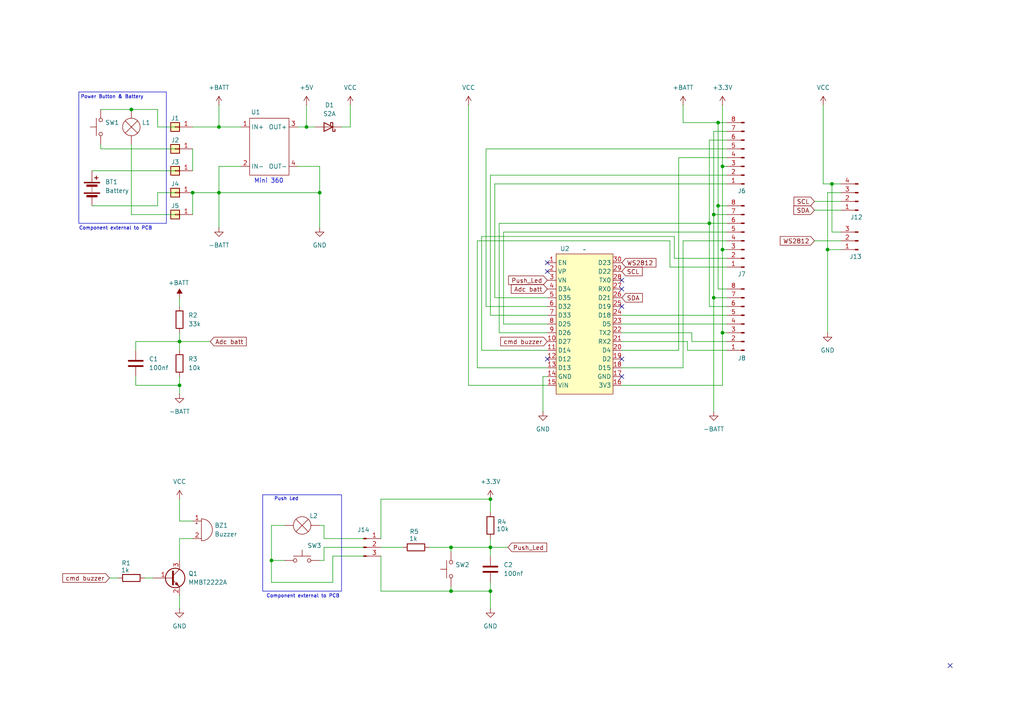
<source format=kicad_sch>
(kicad_sch (version 20231120) (generator "eeschema") (generator_version "8.0")
  (paper "A4")
  (title_block (title "Self Balancing Cube") (date "2024-09-04") (rev "1.13") (company "By Pedro51"))
  (lib_symbols
    (symbol "Connector:Conn_01x03_Pin" (pin_names (offset 1.016) hide)
      (property "Reference" "J" (at 0 5.08 0))
      (property "Value" "Conn_01x03_Pin" (at 0 -5.08 0))
      (symbol "Conn_01x03_Pin_1_1"
        (polyline (pts (xy 1.27 -2.54) (xy 0.8636 -2.54)) (stroke (width 0.1524)))
        (polyline (pts (xy 1.27 0) (xy 0.8636 0)) (stroke (width 0.1524)))
        (polyline (pts (xy 1.27 2.54) (xy 0.8636 2.54)) (stroke (width 0.1524)))
        (rectangle (start 0.8636 -2.413) (end 0 -2.667) (stroke (width 0.1524)) (fill (type outline)))
        (rectangle (start 0.8636 0.127) (end 0 -0.127) (stroke (width 0.1524)) (fill (type outline)))
        (rectangle (start 0.8636 2.667) (end 0 2.413) (stroke (width 0.1524)) (fill (type outline)))
        (pin passive line (at 5.08 2.54 180) (length 3.81) (name "Pin_1") (number "1"))
        (pin passive line (at 5.08 0 180) (length 3.81) (name "Pin_2") (number "2"))
        (pin passive line (at 5.08 -2.54 180) (length 3.81) (name "Pin_3") (number "3"))
      )
    )
    (symbol "Connector:Conn_01x04_Pin" (pin_names (offset 1.016) hide)
      (property "Reference" "J" (at 0 5.08 0))
      (property "Value" "Conn_01x04_Pin" (at 0 -7.62 0))
      (symbol "Conn_01x04_Pin_1_1"
        (polyline (pts (xy 1.27 -5.08) (xy 0.8636 -5.08)) (stroke (width 0.1524)))
        (polyline (pts (xy 1.27 -2.54) (xy 0.8636 -2.54)) (stroke (width 0.1524)))
        (polyline (pts (xy 1.27 0) (xy 0.8636 0)) (stroke (width 0.1524)))
        (polyline (pts (xy 1.27 2.54) (xy 0.8636 2.54)) (stroke (width 0.1524)))
        (rectangle (start 0.8636 -4.953) (end 0 -5.207) (stroke (width 0.1524)) (fill (type outline)))
        (rectangle (start 0.8636 -2.413) (end 0 -2.667) (stroke (width 0.1524)) (fill (type outline)))
        (rectangle (start 0.8636 0.127) (end 0 -0.127) (stroke (width 0.1524)) (fill (type outline)))
        (rectangle (start 0.8636 2.667) (end 0 2.413) (stroke (width 0.1524)) (fill (type outline)))
        (pin passive line (at 5.08 2.54 180) (length 3.81) (name "Pin_1") (number "1"))
        (pin passive line (at 5.08 0 180) (length 3.81) (name "Pin_2") (number "2"))
        (pin passive line (at 5.08 -2.54 180) (length 3.81) (name "Pin_3") (number "3"))
        (pin passive line (at 5.08 -5.08 180) (length 3.81) (name "Pin_4") (number "4"))
      )
    )
    (symbol "Connector:Conn_01x08_Pin" (pin_names (offset 1.016) hide)
      (property "Reference" "J" (at 0 10.16 0))
      (property "Value" "Conn_01x08_Pin" (at 0 -12.7 0))
      (symbol "Conn_01x08_Pin_1_1"
        (polyline (pts (xy 1.27 -10.16) (xy 0.8636 -10.16)) (stroke (width 0.1524)))
        (polyline (pts (xy 1.27 -7.62) (xy 0.8636 -7.62)) (stroke (width 0.1524)))
        (polyline (pts (xy 1.27 -5.08) (xy 0.8636 -5.08)) (stroke (width 0.1524)))
        (polyline (pts (xy 1.27 -2.54) (xy 0.8636 -2.54)) (stroke (width 0.1524)))
        (polyline (pts (xy 1.27 0) (xy 0.8636 0)) (stroke (width 0.1524)))
        (polyline (pts (xy 1.27 2.54) (xy 0.8636 2.54)) (stroke (width 0.1524)))
        (polyline (pts (xy 1.27 5.08) (xy 0.8636 5.08)) (stroke (width 0.1524)))
        (polyline (pts (xy 1.27 7.62) (xy 0.8636 7.62)) (stroke (width 0.1524)))
        (rectangle (start 0.8636 -10.033) (end 0 -10.287) (stroke (width 0.1524)) (fill (type outline)))
        (rectangle (start 0.8636 -7.493) (end 0 -7.747) (stroke (width 0.1524)) (fill (type outline)))
        (rectangle (start 0.8636 -4.953) (end 0 -5.207) (stroke (width 0.1524)) (fill (type outline)))
        (rectangle (start 0.8636 -2.413) (end 0 -2.667) (stroke (width 0.1524)) (fill (type outline)))
        (rectangle (start 0.8636 0.127) (end 0 -0.127) (stroke (width 0.1524)) (fill (type outline)))
        (rectangle (start 0.8636 2.667) (end 0 2.413) (stroke (width 0.1524)) (fill (type outline)))
        (rectangle (start 0.8636 5.207) (end 0 4.953) (stroke (width 0.1524)) (fill (type outline)))
        (rectangle (start 0.8636 7.747) (end 0 7.493) (stroke (width 0.1524)) (fill (type outline)))
        (pin passive line (at 5.08 7.62 180) (length 3.81) (name "Pin_1") (number "1"))
        (pin passive line (at 5.08 5.08 180) (length 3.81) (name "Pin_2") (number "2"))
        (pin passive line (at 5.08 2.54 180) (length 3.81) (name "Pin_3") (number "3"))
        (pin passive line (at 5.08 0 180) (length 3.81) (name "Pin_4") (number "4"))
        (pin passive line (at 5.08 -2.54 180) (length 3.81) (name "Pin_5") (number "5"))
        (pin passive line (at 5.08 -5.08 180) (length 3.81) (name "Pin_6") (number "6"))
        (pin passive line (at 5.08 -7.62 180) (length 3.81) (name "Pin_7") (number "7"))
        (pin passive line (at 5.08 -10.16 180) (length 3.81) (name "Pin_8") (number "8"))
      )
    )
    (symbol "Connector_Generic:Conn_01x01" (pin_names (offset 1.016) hide)
      (property "Reference" "J" (at 0 2.54 0))
      (property "Value" "Conn_01x01" (at 0 -2.54 0))
      (symbol "Conn_01x01_1_1"
        (rectangle (start -1.27 0.127) (end 0 -0.127) (stroke (width 0.1524)))
        (rectangle (start -1.27 1.27) (end 1.27 -1.27) (stroke (width 0.254)) (fill (type background)))
        (pin passive line (at -5.08 0 0) (length 3.81) (name "Pin_1") (number "1"))
      )
    )
    (symbol "Device:Battery" (pin_numbers hide) (pin_names (offset 0) hide)
      (property "Reference" "BT" (at 2.54 2.54 0))
      (property "Value" "Battery" (at 2.54 0 0))
      (symbol "Battery_0_1"
        (rectangle (start -2.286 -1.27) (end 2.286 -1.524) (fill (type outline)))
        (rectangle (start -2.286 1.778) (end 2.286 1.524) (fill (type outline)))
        (rectangle (start -1.524 -2.032) (end 1.524 -2.54) (fill (type outline)))
        (rectangle (start -1.524 1.016) (end 1.524 0.508) (fill (type outline)))
        (polyline (pts (xy 0 -1.016) (xy 0 -0.762)))
        (polyline (pts (xy 0 -0.508) (xy 0 -0.254)))
        (polyline (pts (xy 0 0) (xy 0 0.254)))
        (polyline (pts (xy 0 1.778) (xy 0 2.54)))
        (polyline (pts (xy 0.762 3.048) (xy 1.778 3.048)) (stroke (width 0.254)))
        (polyline (pts (xy 1.27 3.556) (xy 1.27 2.54)) (stroke (width 0.254)))
      )
      (symbol "Battery_1_1"
        (pin passive line (at 0 5.08 270) (length 2.54) (name "+") (number "1"))
        (pin passive line (at 0 -5.08 90) (length 2.54) (name "-") (number "2"))
      )
    )
    (symbol "Device:Buzzer" (pin_names (offset 0.0254) hide)
      (property "Reference" "BZ" (at 3.81 1.27 0))
      (property "Value" "Buzzer" (at 3.81 -1.27 0))
      (symbol "Buzzer_0_1"
        (arc (start 0 -3.175) (mid 3.1612 0) (end 0 3.175))
        (polyline (pts (xy -1.651 1.905) (xy -1.143 1.905)))
        (polyline (pts (xy -1.397 2.159) (xy -1.397 1.651)))
        (polyline (pts (xy 0 3.175) (xy 0 -3.175)))
      )
      (symbol "Buzzer_1_1"
        (pin passive line (at -2.54 2.54 0) (length 2.54) (name "+") (number "1"))
        (pin passive line (at -2.54 -2.54 0) (length 2.54) (name "-") (number "2"))
      )
    )
    (symbol "Device:C" (pin_numbers hide) (pin_names (offset 0.254))
      (property "Reference" "C" (at 0.635 2.54 0))
      (property "Value" "C" (at 0.635 -2.54 0))
      (symbol "C_0_1"
        (polyline (pts (xy -2.032 -0.762) (xy 2.032 -0.762)) (stroke (width 0.508)))
        (polyline (pts (xy -2.032 0.762) (xy 2.032 0.762)) (stroke (width 0.508)))
      )
      (symbol "C_1_1"
        (pin passive line (at 0 3.81 270) (length 2.794) (name "~") (number "1"))
        (pin passive line (at 0 -3.81 90) (length 2.794) (name "~") (number "2"))
      )
    )
    (symbol "Device:Lamp" (pin_numbers hide) (pin_names (offset 0.0254) hide)
      (property "Reference" "LA" (at 0.635 3.81 0))
      (property "Value" "Lamp" (at 0.635 -3.81 0))
      (symbol "Lamp_0_1"
        (polyline (pts (xy -1.778 1.778) (xy 1.778 -1.778)))
        (polyline (pts (xy 1.778 1.778) (xy -1.778 -1.778)))
        (circle (center 0 0) (radius 2.54))
      )
      (symbol "Lamp_1_1"
        (pin passive line (at 0 -5.08 90) (length 2.54) (name "-") (number "1"))
        (pin passive line (at 0 5.08 270) (length 2.54) (name "+") (number "2"))
      )
    )
    (symbol "Device:R" (pin_numbers hide) (pin_names (offset 0))
      (property "Reference" "R" (at 2.032 0 90))
      (property "Value" "R" (at 0 0 90))
      (symbol "R_0_1"
        (rectangle (start -1.016 -2.54) (end 1.016 2.54) (stroke (width 0.254)))
      )
      (symbol "R_1_1"
        (pin passive line (at 0 3.81 270) (length 1.27) (name "~") (number "1"))
        (pin passive line (at 0 -3.81 90) (length 1.27) (name "~") (number "2"))
      )
    )
    (symbol "Diode:SS32" (pin_numbers hide) (pin_names (offset 1.016) hide)
      (property "Reference" "D" (at 0 2.54 0))
      (property "Value" "SS32" (at 0 -2.54 0))
      (symbol "SS32_0_1"
        (polyline (pts (xy 1.27 0) (xy -1.27 0)))
        (polyline (pts (xy 1.27 1.27) (xy 1.27 -1.27) (xy -1.27 0) (xy 1.27 1.27)) (stroke (width 0.254)))
        (polyline (pts (xy -1.905 0.635) (xy -1.905 1.27) (xy -1.27 1.27) (xy -1.27 -1.27) (xy -0.635 -1.27) (xy -0.635 -0.635)) (stroke (width 0.254)))
      )
      (symbol "SS32_1_1"
        (pin passive line (at -3.81 0 0) (length 2.54) (name "K") (number "1"))
        (pin passive line (at 3.81 0 180) (length 2.54) (name "A") (number "2"))
      )
    )
    (symbol "Switch:SW_Push" (pin_numbers hide) (pin_names (offset 1.016) hide)
      (property "Reference" "SW" (at 1.27 2.54 0))
      (property "Value" "SW_Push" (at 0 -1.524 0))
      (symbol "SW_Push_0_1"
        (circle (center -2.032 0) (radius 0.508))
        (polyline (pts (xy 0 1.27) (xy 0 3.048)))
        (polyline (pts (xy 2.54 1.27) (xy -2.54 1.27)))
        (circle (center 2.032 0) (radius 0.508))
        (pin passive line (at -5.08 0 0) (length 2.54) (name "1") (number "1"))
        (pin passive line (at 5.08 0 180) (length 2.54) (name "2") (number "2"))
      )
    )
    (symbol "SymbolePerso:DC-DC_buck"
      (property "Reference" "U?" (at 1.524 1.27 0))
      (property "Value" "5v" (at 9.652 -8.128 0))
      (symbol "DC-DC_buck_0_1"
        (rectangle (start 0 0) (end 11.43 -16.51))
      )
      (symbol "DC-DC_buck_1_1"
        (pin passive line (at -2.54 -2.54 0) (length 2.54) (name "IN+") (number "1"))
        (pin passive line (at -2.54 -13.97 0) (length 2.54) (name "IN-") (number "2"))
        (pin passive line (at 13.97 -2.54 180) (length 2.54) (name "OUT+") (number "3"))
        (pin passive line (at 13.97 -13.97 180) (length 2.54) (name "OUT-") (number "4"))
      )
    )
    (symbol "SymbolePerso:ESP32_module_38pin"
      (property "Reference" "U?" (at -6.35 20.32 0))
      (symbol "ESP32_module_38pin_1_1"
        (polyline (pts (xy -7.62 19.05) (xy 8.89 19.05) (xy 8.89 -21.59) (xy -7.62 -21.59) (xy -7.62 19.05)) (fill (type background)))
        (pin input line (at -10.16 16.51 0) (length 2.54) (name "EN") (number "1"))
        (pin bidirectional line (at -10.16 -6.35 0) (length 2.54) (name "D27") (number "10"))
        (pin bidirectional line (at -10.16 -8.89 0) (length 2.54) (name "D14") (number "11"))
        (pin bidirectional line (at -10.16 -11.43 0) (length 2.54) (name "D12") (number "12"))
        (pin bidirectional line (at -10.16 -13.97 0) (length 2.54) (name "D13") (number "13"))
        (pin power_in line (at -10.16 -16.51 0) (length 2.54) (name "GND") (number "14"))
        (pin power_in line (at -10.16 -19.05 0) (length 2.54) (name "VIN") (number "15"))
        (pin power_out line (at 11.43 -19.05 180) (length 2.54) (name "3V3") (number "16"))
        (pin power_in line (at 11.43 -16.51 180) (length 2.54) (name "GND") (number "17"))
        (pin bidirectional line (at 11.43 -13.97 180) (length 2.54) (name "D15") (number "18"))
        (pin bidirectional line (at 11.43 -11.43 180) (length 2.54) (name "D2") (number "19"))
        (pin bidirectional line (at -10.16 13.97 0) (length 2.54) (name "VP") (number "2"))
        (pin bidirectional line (at 11.43 -8.89 180) (length 2.54) (name "D4") (number "20"))
        (pin input line (at 11.43 -6.35 180) (length 2.54) (name "RX2") (number "21"))
        (pin output line (at 11.43 -3.81 180) (length 2.54) (name "TX2") (number "22"))
        (pin bidirectional line (at 11.43 -1.27 180) (length 2.54) (name "D5") (number "23"))
        (pin bidirectional line (at 11.43 1.27 180) (length 2.54) (name "D18") (number "24"))
        (pin bidirectional line (at 11.43 3.81 180) (length 2.54) (name "D19") (number "25"))
        (pin bidirectional line (at 11.43 6.35 180) (length 2.54) (name "D21") (number "26"))
        (pin input line (at 11.43 8.89 180) (length 2.54) (name "RX0") (number "27"))
        (pin output line (at 11.43 11.43 180) (length 2.54) (name "TX0") (number "28"))
        (pin bidirectional line (at 11.43 13.97 180) (length 2.54) (name "D22") (number "29"))
        (pin bidirectional line (at -10.16 11.43 0) (length 2.54) (name "VN") (number "3"))
        (pin bidirectional line (at 11.43 16.51 180) (length 2.54) (name "D23") (number "30"))
        (pin bidirectional line (at -10.16 8.89 0) (length 2.54) (name "D34") (number "4"))
        (pin bidirectional line (at -10.16 6.35 0) (length 2.54) (name "D35") (number "5"))
        (pin bidirectional line (at -10.16 3.81 0) (length 2.54) (name "D32") (number "6"))
        (pin bidirectional line (at -10.16 1.27 0) (length 2.54) (name "D33") (number "7"))
        (pin bidirectional line (at -10.16 -1.27 0) (length 2.54) (name "D25") (number "8"))
        (pin bidirectional line (at -10.16 -3.81 0) (length 2.54) (name "D26") (number "9"))
      )
    )
    (symbol "Transistor_BJT:MMBT2222A" (pin_names (offset 0) hide)
      (property "Reference" "Q" (at 5.08 1.905 0))
      (property "Value" "MMBT2222A" (at 5.08 0 0))
      (symbol "MMBT2222A_0_1"
        (polyline (pts (xy 0.635 0.635) (xy 2.54 2.54)))
        (polyline (pts (xy 0.635 -0.635) (xy 2.54 -2.54) (xy 2.54 -2.54)))
        (polyline (pts (xy 0.635 1.905) (xy 0.635 -1.905) (xy 0.635 -1.905)) (stroke (width 0.508)))
        (polyline (pts (xy 1.27 -1.778) (xy 1.778 -1.27) (xy 2.286 -2.286) (xy 1.27 -1.778) (xy 1.27 -1.778)) (fill (type outline)))
        (circle (center 1.27 0) (radius 2.8194) (stroke (width 0.254)))
      )
      (symbol "MMBT2222A_1_1"
        (pin input line (at -5.08 0 0) (length 5.715) (name "B") (number "1"))
        (pin passive line (at 2.54 -5.08 90) (length 2.54) (name "E") (number "2"))
        (pin passive line (at 2.54 5.08 270) (length 2.54) (name "C") (number "3"))
      )
    )
    (symbol "power:+3.3V" (power) (pin_numbers hide) (pin_names (offset 0) hide)
      (property "Value" "+3.3V" (at 0 3.556 0))
      (symbol "+3.3V_0_1"
        (polyline (pts (xy -0.762 1.27) (xy 0 2.54)))
        (polyline (pts (xy 0 0) (xy 0 2.54)))
        (polyline (pts (xy 0 2.54) (xy 0.762 1.27)))
      )
      (symbol "+3.3V_1_1"
        (pin power_in line (at 0 0 90) (length 0) (name "~") (number "1"))
      )
    )
    (symbol "power:+5V" (power) (pin_numbers hide) (pin_names (offset 0) hide)
      (property "Value" "+5V" (at 0 3.556 0))
      (symbol "+5V_0_1"
        (polyline (pts (xy -0.762 1.27) (xy 0 2.54)))
        (polyline (pts (xy 0 0) (xy 0 2.54)))
        (polyline (pts (xy 0 2.54) (xy 0.762 1.27)))
      )
      (symbol "+5V_1_1"
        (pin power_in line (at 0 0 90) (length 0) (name "~") (number "1"))
      )
    )
    (symbol "power:+BATT" (power) (pin_numbers hide) (pin_names (offset 0) hide)
      (property "Value" "+BATT" (at 0 3.556 0))
      (symbol "+BATT_0_1"
        (polyline (pts (xy -0.762 1.27) (xy 0 2.54)))
        (polyline (pts (xy 0 0) (xy 0 2.54)))
        (polyline (pts (xy 0 2.54) (xy 0.762 1.27)))
      )
      (symbol "+BATT_1_1"
        (pin power_in line (at 0 0 90) (length 0) (name "~") (number "1"))
      )
    )
    (symbol "power:-BATT" (power) (pin_numbers hide) (pin_names (offset 0) hide)
      (property "Value" "-BATT" (at 0 3.556 0))
      (symbol "-BATT_0_1"
        (polyline (pts (xy 0 0) (xy 0 2.54)))
        (polyline (pts (xy 0.762 1.27) (xy -0.762 1.27) (xy 0 2.54) (xy 0.762 1.27)) (fill (type outline)))
      )
      (symbol "-BATT_1_1"
        (pin power_in line (at 0 0 90) (length 0) (name "~") (number "1"))
      )
    )
    (symbol "power:GND" (power) (pin_numbers hide) (pin_names (offset 0) hide)
      (property "Value" "GND" (at 0 -3.81 0))
      (symbol "GND_0_1"
        (polyline (pts (xy 0 0) (xy 0 -1.27) (xy 1.27 -1.27) (xy 0 -2.54) (xy -1.27 -1.27) (xy 0 -1.27)))
      )
      (symbol "GND_1_1"
        (pin power_in line (at 0 0 270) (length 0) (name "~") (number "1"))
      )
    )
    (symbol "power:VCC" (power) (pin_numbers hide) (pin_names (offset 0) hide)
      (property "Value" "VCC" (at 0 3.556 0))
      (symbol "VCC_0_1"
        (polyline (pts (xy -0.762 1.27) (xy 0 2.54)))
        (polyline (pts (xy 0 0) (xy 0 2.54)))
        (polyline (pts (xy 0 2.54) (xy 0.762 1.27)))
      )
      (symbol "VCC_1_1"
        (pin power_in line (at 0 0 90) (length 0) (name "~") (number "1"))
      )
    )
  )
  (junction (at 205.74 64.77))
  (junction (at 52.07 111.76))
  (junction (at 142.24 144.78))
  (junction (at 38.1 31.75))
  (junction (at 208.28 35.56))
  (junction (at 208.28 59.69))
  (junction (at 241.3 53.34))
  (junction (at 88.9 36.83))
  (junction (at 52.07 99.06))
  (junction (at 63.5 55.88))
  (junction (at 142.24 171.45))
  (junction (at 63.5 36.83))
  (junction (at 207.01 86.36))
  (junction (at 240.03 72.39))
  (junction (at 209.55 96.52))
  (junction (at 92.71 55.88))
  (junction (at 209.55 72.39))
  (junction (at 78.74 162.56))
  (junction (at 55.88 55.88))
  (junction (at 130.81 158.75))
  (junction (at 209.55 48.26))
  (junction (at 142.24 158.75))
  (junction (at 207.01 62.23))
  (junction (at 130.81 171.45))
  (no_connect (at 180.34 83.82))
  (no_connect (at 180.34 88.9))
  (no_connect (at 158.75 76.2))
  (no_connect (at 158.75 104.14))
  (no_connect (at 158.75 78.74))
  (no_connect (at 180.34 109.22))
  (no_connect (at 275.59 193.04))
  (no_connect (at 180.34 104.14))
  (no_connect (at 180.34 81.28))
  (wire (pts (xy 52.07 172.72) (xy 52.07 176.53)))
  (wire (pts (xy 139.7 68.58) (xy 139.7 101.6)))
  (wire (pts (xy 142.24 158.75) (xy 147.32 158.75)))
  (wire (pts (xy 209.55 48.26) (xy 209.55 72.39)))
  (wire (pts (xy 29.21 43.18) (xy 50.8 43.18)))
  (wire (pts (xy 55.88 55.88) (xy 63.5 55.88)))
  (wire (pts (xy 199.39 101.6) (xy 199.39 99.06)))
  (wire (pts (xy 180.34 91.44) (xy 210.82 91.44)))
  (wire (pts (xy 144.78 96.52) (xy 144.78 64.77)))
  (wire (pts (xy 198.12 35.56) (xy 208.28 35.56)))
  (wire (pts (xy 205.74 64.77) (xy 210.82 64.77)))
  (wire (pts (xy 63.5 36.83) (xy 69.85 36.83)))
  (wire (pts (xy 142.24 50.8) (xy 142.24 91.44)))
  (wire (pts (xy 209.55 72.39) (xy 210.82 72.39)))
  (wire (pts (xy 110.49 171.45) (xy 110.49 161.29)))
  (wire (pts (xy 52.07 111.76) (xy 52.07 114.3)))
  (wire (pts (xy 105.41 156.21) (xy 93.98 156.21)))
  (wire (pts (xy 130.81 171.45) (xy 142.24 171.45)))
  (wire (pts (xy 209.55 72.39) (xy 209.55 96.52)))
  (wire (pts (xy 124.46 158.75) (xy 130.81 158.75)))
  (wire (pts (xy 142.24 168.91) (xy 142.24 171.45)))
  (wire (pts (xy 55.88 151.13) (xy 52.07 151.13)))
  (wire (pts (xy 198.12 106.68) (xy 180.34 106.68)))
  (wire (pts (xy 130.81 171.45) (xy 110.49 171.45)))
  (wire (pts (xy 92.71 48.26) (xy 92.71 55.88)))
  (wire (pts (xy 210.82 77.47) (xy 194.31 77.47)))
  (wire (pts (xy 105.41 158.75) (xy 93.98 158.75)))
  (wire (pts (xy 210.82 74.93) (xy 195.58 74.93)))
  (wire (pts (xy 210.82 50.8) (xy 142.24 50.8)))
  (wire (pts (xy 52.07 109.22) (xy 52.07 111.76)))
  (wire (pts (xy 78.74 162.56) (xy 82.55 162.56)))
  (wire (pts (xy 143.51 86.36) (xy 143.51 53.34)))
  (wire (pts (xy 39.37 111.76) (xy 39.37 109.22)))
  (wire (pts (xy 52.07 99.06) (xy 52.07 101.6)))
  (wire (pts (xy 199.39 99.06) (xy 180.34 99.06)))
  (wire (pts (xy 55.88 55.88) (xy 55.88 62.23)))
  (wire (pts (xy 238.76 53.34) (xy 241.3 53.34)))
  (wire (pts (xy 86.36 36.83) (xy 88.9 36.83)))
  (wire (pts (xy 93.98 158.75) (xy 93.98 162.56)))
  (wire (pts (xy 200.66 99.06) (xy 210.82 99.06)))
  (wire (pts (xy 52.07 156.21) (xy 55.88 156.21)))
  (wire (pts (xy 138.43 106.68) (xy 158.75 106.68)))
  (wire (pts (xy 92.71 55.88) (xy 92.71 66.04)))
  (wire (pts (xy 110.49 144.78) (xy 110.49 156.21)))
  (wire (pts (xy 93.98 156.21) (xy 93.98 152.4)))
  (wire (pts (xy 236.22 58.42) (xy 243.84 58.42)))
  (wire (pts (xy 140.97 43.18) (xy 140.97 88.9)))
  (wire (pts (xy 210.82 43.18) (xy 140.97 43.18)))
  (wire (pts (xy 209.55 111.76) (xy 209.55 96.52)))
  (wire (pts (xy 29.21 43.18) (xy 29.21 41.91)))
  (wire (pts (xy 41.91 167.64) (xy 44.45 167.64)))
  (wire (pts (xy 158.75 109.22) (xy 157.48 109.22)))
  (wire (pts (xy 52.07 144.78) (xy 52.07 151.13)))
  (wire (pts (xy 52.07 111.76) (xy 39.37 111.76)))
  (wire (pts (xy 205.74 40.64) (xy 205.74 64.77)))
  (wire (pts (xy 210.82 88.9) (xy 205.74 88.9)))
  (wire (pts (xy 210.82 67.31) (xy 146.05 67.31)))
  (wire (pts (xy 196.85 45.72) (xy 196.85 101.6)))
  (wire (pts (xy 38.1 41.91) (xy 38.1 62.23)))
  (wire (pts (xy 207.01 62.23) (xy 210.82 62.23)))
  (wire (pts (xy 243.84 53.34) (xy 241.3 53.34)))
  (wire (pts (xy 243.84 55.88) (xy 240.03 55.88)))
  (wire (pts (xy 240.03 72.39) (xy 243.84 72.39)))
  (wire (pts (xy 52.07 162.56) (xy 52.07 156.21)))
  (wire (pts (xy 92.71 152.4) (xy 93.98 152.4)))
  (wire (pts (xy 88.9 36.83) (xy 91.44 36.83)))
  (wire (pts (xy 208.28 35.56) (xy 208.28 59.69)))
  (wire (pts (xy 207.01 38.1) (xy 207.01 62.23)))
  (wire (pts (xy 207.01 86.36) (xy 207.01 119.38)))
  (wire (pts (xy 207.01 86.36) (xy 207.01 62.23)))
  (wire (pts (xy 210.82 35.56) (xy 208.28 35.56)))
  (wire (pts (xy 139.7 101.6) (xy 158.75 101.6)))
  (wire (pts (xy 210.82 69.85) (xy 198.12 69.85)))
  (wire (pts (xy 146.05 67.31) (xy 146.05 93.98)))
  (wire (pts (xy 146.05 93.98) (xy 158.75 93.98)))
  (wire (pts (xy 88.9 30.48) (xy 88.9 36.83)))
  (wire (pts (xy 238.76 30.48) (xy 238.76 53.34)))
  (wire (pts (xy 180.34 111.76) (xy 209.55 111.76)))
  (wire (pts (xy 63.5 55.88) (xy 63.5 48.26)))
  (wire (pts (xy 210.82 45.72) (xy 196.85 45.72)))
  (wire (pts (xy 92.71 162.56) (xy 93.98 162.56)))
  (wire (pts (xy 55.88 36.83) (xy 63.5 36.83)))
  (wire (pts (xy 196.85 101.6) (xy 180.34 101.6)))
  (wire (pts (xy 210.82 40.64) (xy 205.74 40.64)))
  (wire (pts (xy 130.81 171.45) (xy 130.81 170.18)))
  (wire (pts (xy 39.37 101.6) (xy 39.37 99.06)))
  (wire (pts (xy 52.07 99.06) (xy 60.96 99.06)))
  (wire (pts (xy 63.5 55.88) (xy 63.5 66.04)))
  (wire (pts (xy 142.24 144.78) (xy 142.24 148.59)))
  (wire (pts (xy 158.75 86.36) (xy 143.51 86.36)))
  (wire (pts (xy 243.84 67.31) (xy 241.3 67.31)))
  (wire (pts (xy 158.75 111.76) (xy 135.89 111.76)))
  (wire (pts (xy 240.03 55.88) (xy 240.03 72.39)))
  (wire (pts (xy 130.81 158.75) (xy 130.81 160.02)))
  (wire (pts (xy 210.82 101.6) (xy 199.39 101.6)))
  (wire (pts (xy 142.24 171.45) (xy 142.24 176.53)))
  (wire (pts (xy 31.75 167.64) (xy 34.29 167.64)))
  (wire (pts (xy 210.82 86.36) (xy 207.01 86.36)))
  (wire (pts (xy 210.82 38.1) (xy 207.01 38.1)))
  (wire (pts (xy 78.74 152.4) (xy 82.55 152.4)))
  (wire (pts (xy 195.58 68.58) (xy 139.7 68.58)))
  (wire (pts (xy 96.52 161.29) (xy 96.52 168.91)))
  (wire (pts (xy 45.72 59.69) (xy 26.67 59.69)))
  (wire (pts (xy 45.72 55.88) (xy 45.72 59.69)))
  (wire (pts (xy 45.72 31.75) (xy 45.72 36.83)))
  (wire (pts (xy 86.36 48.26) (xy 92.71 48.26)))
  (wire (pts (xy 101.6 30.48) (xy 101.6 36.83)))
  (wire (pts (xy 29.21 31.75) (xy 38.1 31.75)))
  (wire (pts (xy 38.1 31.75) (xy 45.72 31.75)))
  (wire (pts (xy 142.24 91.44) (xy 158.75 91.44)))
  (wire (pts (xy 195.58 74.93) (xy 195.58 68.58)))
  (wire (pts (xy 157.48 109.22) (xy 157.48 119.38)))
  (wire (pts (xy 52.07 96.52) (xy 52.07 99.06)))
  (wire (pts (xy 50.8 49.53) (xy 26.67 49.53)))
  (wire (pts (xy 50.8 62.23) (xy 38.1 62.23)))
  (wire (pts (xy 39.37 99.06) (xy 52.07 99.06)))
  (wire (pts (xy 209.55 96.52) (xy 210.82 96.52)))
  (wire (pts (xy 240.03 72.39) (xy 240.03 96.52)))
  (wire (pts (xy 198.12 69.85) (xy 198.12 106.68)))
  (wire (pts (xy 241.3 67.31) (xy 241.3 53.34)))
  (wire (pts (xy 208.28 59.69) (xy 210.82 59.69)))
  (wire (pts (xy 55.88 43.18) (xy 55.88 49.53)))
  (wire (pts (xy 78.74 152.4) (xy 78.74 162.56)))
  (wire (pts (xy 63.5 55.88) (xy 92.71 55.88)))
  (wire (pts (xy 140.97 88.9) (xy 158.75 88.9)))
  (wire (pts (xy 63.5 30.48) (xy 63.5 36.83)))
  (wire (pts (xy 210.82 83.82) (xy 208.28 83.82)))
  (wire (pts (xy 194.31 77.47) (xy 194.31 69.85)))
  (wire (pts (xy 210.82 48.26) (xy 209.55 48.26)))
  (wire (pts (xy 198.12 30.48) (xy 198.12 35.56)))
  (wire (pts (xy 45.72 36.83) (xy 50.8 36.83)))
  (wire (pts (xy 63.5 48.26) (xy 69.85 48.26)))
  (wire (pts (xy 158.75 96.52) (xy 144.78 96.52)))
  (wire (pts (xy 78.74 162.56) (xy 78.74 168.91)))
  (wire (pts (xy 142.24 161.29) (xy 142.24 158.75)))
  (wire (pts (xy 143.51 53.34) (xy 210.82 53.34)))
  (wire (pts (xy 96.52 168.91) (xy 78.74 168.91)))
  (wire (pts (xy 180.34 93.98) (xy 210.82 93.98)))
  (wire (pts (xy 138.43 69.85) (xy 138.43 106.68)))
  (wire (pts (xy 110.49 144.78) (xy 142.24 144.78)))
  (wire (pts (xy 142.24 156.21) (xy 142.24 158.75)))
  (wire (pts (xy 208.28 83.82) (xy 208.28 59.69)))
  (wire (pts (xy 236.22 60.96) (xy 243.84 60.96)))
  (wire (pts (xy 144.78 64.77) (xy 205.74 64.77)))
  (wire (pts (xy 135.89 111.76) (xy 135.89 30.48)))
  (wire (pts (xy 130.81 158.75) (xy 142.24 158.75)))
  (wire (pts (xy 200.66 96.52) (xy 200.66 99.06)))
  (wire (pts (xy 50.8 55.88) (xy 45.72 55.88)))
  (wire (pts (xy 52.07 86.36) (xy 52.07 88.9)))
  (wire (pts (xy 209.55 30.48) (xy 209.55 48.26)))
  (wire (pts (xy 105.41 161.29) (xy 96.52 161.29)))
  (wire (pts (xy 99.06 36.83) (xy 101.6 36.83)))
  (wire (pts (xy 180.34 96.52) (xy 200.66 96.52)))
  (wire (pts (xy 110.49 158.75) (xy 116.84 158.75)))
  (wire (pts (xy 236.22 69.85) (xy 243.84 69.85)))
  (wire (pts (xy 205.74 88.9) (xy 205.74 64.77)))
  (wire (pts (xy 194.31 69.85) (xy 138.43 69.85)))
  (rectangle (start 22.86 26.67) (end 48.26 64.77))
  (rectangle (start 76.2 143.51) (end 99.06 171.45))
  (text "Component external to PCB" (at 87.884 172.974 0) (effects (font (size 1 1))))
  (text "Push Led" (at 83.058 144.78 0) (effects (font (size 1 1))))
  (text "Component external to PCB" (at 33.528 66.294 0) (effects (font (size 1 1))))
  (text "Mini 360" (at 77.978 52.578 0) (effects (font (size 1.27 1.27))))
  (text "Power Button & Battery" (at 32.512 28.194 0) (effects (font (size 1 1))))
  (global_label "SCL" (shape input) (at 236.22 58.42 180) (property "Intersheetrefs" "${INTERSHEET_REFS}" (effects (hide yes))))
  (global_label "Push_Led" (shape input) (at 147.32 158.75 0) (property "Intersheetrefs" "${INTERSHEET_REFS}" (effects (hide yes))))
  (global_label "cmd buzzer" (shape input) (at 31.75 167.64 180) (property "Intersheetrefs" "${INTERSHEET_REFS}" (effects (hide yes))))
  (global_label "SCL" (shape input) (at 180.34 78.74 0) (property "Intersheetrefs" "${INTERSHEET_REFS}" (effects (hide yes))))
  (global_label "WS2812" (shape input) (at 180.34 76.2 0) (property "Intersheetrefs" "${INTERSHEET_REFS}" (effects (hide yes))))
  (global_label "WS2812" (shape input) (at 236.22 69.85 180) (property "Intersheetrefs" "${INTERSHEET_REFS}" (effects (hide yes))))
  (global_label "SDA" (shape input) (at 236.22 60.96 180) (property "Intersheetrefs" "${INTERSHEET_REFS}" (effects (hide yes))))
  (global_label "SDA" (shape input) (at 180.34 86.36 0) (property "Intersheetrefs" "${INTERSHEET_REFS}" (effects (hide yes))))
  (global_label "Adc batt" (shape input) (at 158.75 83.82 180) (property "Intersheetrefs" "${INTERSHEET_REFS}" (effects (hide yes))))
  (global_label "Adc batt" (shape input) (at 60.96 99.06 0) (property "Intersheetrefs" "${INTERSHEET_REFS}" (effects (hide yes))))
  (global_label "Push_Led" (shape input) (at 158.75 81.28 180) (property "Intersheetrefs" "${INTERSHEET_REFS}" (effects (hide yes))))
  (global_label "cmd buzzer" (shape input) (at 158.75 99.06 180) (property "Intersheetrefs" "${INTERSHEET_REFS}" (effects (hide yes))))
  (symbol (lib_id "power:+3.3V") (at 142.24 144.78 0) (unit 1)
    (property "Reference" "#PWR09" (effects (hide yes)))
    (property "Value" "+3.3V" (at 142.24 139.7 0))
    (property "Description" "Power symbol creates a global label with name \"+3.3V\"" (effects (hide yes)))
  )
  (symbol (lib_id "power:+BATT") (at 63.5 30.48 0) (unit 1)
    (property "Reference" "#PWR05" (effects (hide yes)))
    (property "Value" "+BATT" (at 63.5 25.4 0))
    (property "Description" "Power symbol creates a global label with name \"+BATT\"" (effects (hide yes)))
  )
  (symbol (lib_id "power:VCC") (at 238.76 30.48 0) (unit 1)
    (property "Reference" "#PWR017" (effects (hide yes)))
    (property "Value" "VCC" (at 238.76 25.4 0))
    (property "Description" "Power symbol creates a global label with name \"VCC\"" (effects (hide yes)))
  )
  (symbol (lib_id "Connector:Conn_01x08_Pin") (at 215.9 45.72 180) (unit 1)
    (property "Reference" "J6" (at 215.138 55.372 0))
    (property "Value" "Conn_01x08_Pin" (effects (hide yes)))
    (property "Footprint" "Connector_JST:JST_ZH_B8B-ZR_1x08_P1.50mm_Vertical" (effects (hide yes)))
    (property "Description" "Generic connector, single row, 01x08, script generated" (effects (hide yes)))
  )
  (symbol (lib_id "power:+5V") (at 88.9 30.48 0) (unit 1)
    (property "Reference" "#PWR019" (effects (hide yes)))
    (property "Value" "+5V" (at 88.9 25.4 0))
    (property "Description" "Power symbol creates a global label with name \"+5V\"" (effects (hide yes)))
  )
  (symbol (lib_id "Device:C") (at 39.37 105.41 0) (unit 1)
    (property "Reference" "C1" (at 43.18 104.1399 0) (effects (justify left)))
    (property "Value" "100nf" (at 43.18 106.6799 0) (effects (justify left)))
    (property "Footprint" "Capacitor_SMD:C_1206_3216Metric" (effects (hide yes)))
    (property "Description" "Unpolarized capacitor" (effects (hide yes)))
  )
  (symbol (lib_id "power:-BATT") (at 52.07 86.36 0) (unit 1)
    (property "Reference" "#PWR01" (effects (hide yes)))
    (property "Value" "+BATT" (at 51.816 82.042 0))
    (property "Description" "Power symbol creates a global label with name \"-BATT\"" (effects (hide yes)))
  )
  (symbol (lib_id "Transistor_BJT:MMBT2222A") (at 49.53 167.64 0) (unit 1)
    (property "Reference" "Q1" (at 54.61 166.3699 0) (effects (justify left)))
    (property "Value" "MMBT2222A" (at 54.61 168.9099 0) (effects (justify left)))
    (property "Footprint" "Package_TO_SOT_SMD:SOT-23" (effects (hide yes)))
    (property "Datasheet" "https://assets.nexperia.com/documents/data-sheet/MMBT2222A.pdf" (effects (hide yes)))
    (property "Description" "600mA Ic, 40V Vce, NPN Transistor, SOT-23" (effects (hide yes)))
  )
  (symbol (lib_id "Switch:SW_Push") (at 87.63 162.56 0) (unit 1) (on_board no)
    (property "Reference" "SW3" (at 91.186 158.242 0))
    (property "Value" "SW_Push" (effects (hide yes)))
    (property "Description" "Push button switch, generic, two pins" (effects (hide yes)))
  )
  (symbol (lib_id "Device:Lamp") (at 87.63 152.4 90) (unit 1) (in_bom no) (on_board no)
    (property "Reference" "L2" (at 92.202 149.606 90) (effects (justify left)))
    (property "Value" "Lamp" (effects (hide yes)))
    (property "Description" "Lamp" (effects (hide yes)))
  )
  (symbol (lib_id "power:GND") (at 207.01 119.38 0) (unit 1)
    (property "Reference" "#PWR014" (effects (hide yes)))
    (property "Value" "-BATT" (at 207.01 124.46 0))
    (property "Description" "Power symbol creates a global label with name \"GND\" , ground" (effects (hide yes)))
  )
  (symbol (lib_id "Connector:Conn_01x08_Pin") (at 215.9 93.98 180) (unit 1)
    (property "Reference" "J8" (at 215.138 103.886 0))
    (property "Value" "Conn_01x08_Pin" (effects (hide yes)))
    (property "Footprint" "Connector_JST:JST_ZH_B8B-ZR_1x08_P1.50mm_Vertical" (effects (hide yes)))
    (property "Description" "Generic connector, single row, 01x08, script generated" (effects (hide yes)))
  )
  (symbol (lib_id "power:GND") (at 92.71 66.04 0) (unit 1)
    (property "Reference" "#PWR08" (effects (hide yes)))
    (property "Value" "GND" (at 92.71 71.12 0))
    (property "Description" "Power symbol creates a global label with name \"GND\" , ground" (effects (hide yes)))
  )
  (symbol (lib_id "Connector_Generic:Conn_01x01") (at 50.8 62.23 180) (unit 1)
    (property "Reference" "J5" (at 50.8 59.69 0))
    (property "Value" "Conn_01x01" (effects (hide yes)))
    (property "Footprint" "Connector_Wire:SolderWire-0.5sqmm_1x01_D0.9mm_OD2.1mm" (effects (hide yes)))
    (property "Description" "Generic connector, single row, 01x01, script generated (kicad-library-utils/schlib/autogen/connector/)" (effects (hide yes)))
  )
  (symbol (lib_id "Device:R") (at 38.1 167.64 90) (unit 1)
    (property "Reference" "R1" (at 36.576 163.322 90))
    (property "Value" "1k" (at 36.322 165.354 90))
    (property "Footprint" "Resistor_SMD:R_1206_3216Metric" (effects (hide yes)))
    (property "Description" "Resistor" (effects (hide yes)))
  )
  (symbol (lib_id "Connector:Conn_01x08_Pin") (at 215.9 69.85 180) (unit 1)
    (property "Reference" "J7" (at 215.138 79.502 0))
    (property "Value" "Conn_01x08_Pin" (effects (hide yes)))
    (property "Footprint" "Connector_JST:JST_ZH_B8B-ZR_1x08_P1.50mm_Vertical" (effects (hide yes)))
    (property "Description" "Generic connector, single row, 01x08, script generated" (effects (hide yes)))
  )
  (symbol (lib_id "Device:Lamp") (at 38.1 36.83 0) (unit 1) (in_bom no) (on_board no)
    (property "Reference" "L1" (at 41.148 35.56 0) (effects (justify left)))
    (property "Value" "Lamp" (effects (hide yes)))
    (property "Description" "Lamp" (effects (hide yes)))
  )
  (symbol (lib_id "Diode:SS32") (at 95.25 36.83 180) (unit 1)
    (property "Reference" "D1" (at 95.5675 30.48 0))
    (property "Value" "S2A" (at 95.5675 33.02 0))
    (property "Footprint" "Diode_SMD:D_SMA-SMB_Universal_Handsoldering" (effects (hide yes)))
    (property "Datasheet" "https://www.vishay.com/docs/88751/ss32.pdf" (effects (hide yes)))
    (property "Description" "20V 3A Schottky Diode, SMA" (effects (hide yes)))
  )
  (symbol (lib_id "power:+3.3V") (at 209.55 30.48 0) (unit 1)
    (property "Reference" "#PWR015" (effects (hide yes)))
    (property "Value" "+3.3V" (at 209.55 25.4 0))
    (property "Description" "Power symbol creates a global label with name \"+3.3V\"" (effects (hide yes)))
  )
  (symbol (lib_id "power:GND") (at 52.07 114.3 0) (unit 1)
    (property "Reference" "#PWR02" (effects (hide yes)))
    (property "Value" "-BATT" (at 52.07 119.38 0))
    (property "Description" "Power symbol creates a global label with name \"GND\" , ground" (effects (hide yes)))
  )
  (symbol (lib_id "SymbolePerso:DC-DC_buck") (at 72.39 34.29 0) (unit 1)
    (property "Reference" "U1" (at 74.168 32.512 0))
    (property "Value" "5v" (effects (hide yes)))
    (property "Footprint" "MesEmpreintes:DCDC buck" (effects (hide yes)))
  )
  (symbol (lib_id "Connector_Generic:Conn_01x01") (at 50.8 43.18 180) (unit 1)
    (property "Reference" "J2" (at 50.8 40.64 0))
    (property "Value" "Conn_01x01" (effects (hide yes)))
    (property "Footprint" "Connector_Wire:SolderWire-2sqmm_1x01_D2mm_OD3.9mm" (effects (hide yes)))
    (property "Description" "Generic connector, single row, 01x01, script generated (kicad-library-utils/schlib/autogen/connector/)" (effects (hide yes)))
  )
  (symbol (lib_id "Device:R") (at 52.07 92.71 0) (unit 1)
    (property "Reference" "R2" (at 54.61 91.4399 0) (effects (justify left)))
    (property "Value" "33k" (at 54.61 93.98 0) (effects (justify left)))
    (property "Footprint" "Capacitor_SMD:C_1206_3216Metric" (effects (hide yes)))
    (property "Description" "Resistor" (effects (hide yes)))
  )
  (symbol (lib_id "Switch:SW_Push") (at 130.81 165.1 90) (unit 1)
    (property "Reference" "SW2" (at 132.08 163.8299 90) (effects (justify right)))
    (property "Value" "SW_Push" (effects (hide yes)))
    (property "Footprint" "MesEmpreintes:SW_RS-032G05A3-SMRT" (effects (hide yes)))
    (property "Description" "Push button switch, generic, two pins" (effects (hide yes)))
  )
  (symbol (lib_id "power:VCC") (at 52.07 144.78 0) (unit 1)
    (property "Reference" "#PWR03" (effects (hide yes)))
    (property "Value" "VCC" (at 52.07 139.7 0))
    (property "Description" "Power symbol creates a global label with name \"VCC\"" (effects (hide yes)))
  )
  (symbol (lib_id "Connector_Generic:Conn_01x01") (at 50.8 49.53 180) (unit 1)
    (property "Reference" "J3" (at 50.8 46.99 0))
    (property "Value" "Conn_01x01" (effects (hide yes)))
    (property "Footprint" "Connector_Wire:SolderWire-2sqmm_1x01_D2mm_OD3.9mm" (effects (hide yes)))
    (property "Description" "Generic connector, single row, 01x01, script generated (kicad-library-utils/schlib/autogen/connector/)" (effects (hide yes)))
  )
  (symbol (lib_id "power:+BATT") (at 198.12 30.48 0) (unit 1)
    (property "Reference" "#PWR013" (effects (hide yes)))
    (property "Value" "+BATT" (at 198.12 25.4 0))
    (property "Description" "Power symbol creates a global label with name \"+BATT\"" (effects (hide yes)))
  )
  (symbol (lib_id "Device:Buzzer") (at 58.42 153.67 0) (unit 1)
    (property "Reference" "BZ1" (at 62.23 152.3999 0) (effects (justify left)))
    (property "Value" "Buzzer" (at 62.23 154.9399 0) (effects (justify left)))
    (property "Footprint" "Buzzer_Beeper:Buzzer_12x9.5RM7.6" (effects (hide yes)))
    (property "Description" "Buzzer, polarized" (effects (hide yes)))
  )
  (symbol (lib_id "SymbolePerso:ESP32_module_38pin") (at 168.91 92.71 0) (unit 1)
    (property "Reference" "U2" (at 163.83 72.136 0))
    (property "Value" "~" (at 169.545 72.39 0))
    (property "Footprint" "MesEmpreintes:esp module 30pins" (effects (hide yes)))
  )
  (symbol (lib_id "Device:R") (at 142.24 152.4 180) (unit 1)
    (property "Reference" "R4" (at 145.542 151.384 0))
    (property "Value" "10k" (at 145.796 153.416 0))
    (property "Footprint" "Resistor_SMD:R_1206_3216Metric" (effects (hide yes)))
    (property "Description" "Resistor" (effects (hide yes)))
  )
  (symbol (lib_id "Device:C") (at 142.24 165.1 0) (unit 1)
    (property "Reference" "C2" (at 146.05 163.8299 0) (effects (justify left)))
    (property "Value" "100nf" (at 146.05 166.3699 0) (effects (justify left)))
    (property "Footprint" "Capacitor_SMD:C_1206_3216Metric" (effects (hide yes)))
    (property "Description" "Unpolarized capacitor" (effects (hide yes)))
  )
  (symbol (lib_id "power:VCC") (at 135.89 30.48 0) (unit 1)
    (property "Reference" "#PWR011" (effects (hide yes)))
    (property "Value" "VCC" (at 135.89 25.4 0))
    (property "Description" "Power symbol creates a global label with name \"VCC\"" (effects (hide yes)))
  )
  (symbol (lib_id "Connector:Conn_01x03_Pin") (at 105.41 158.75 0) (unit 1)
    (property "Reference" "J14" (at 105.41 153.67 0))
    (property "Value" "Conn_01x03_Pin" (effects (hide yes)))
    (property "Footprint" "Connector_JST:JST_ZH_B3B-ZR_1x03_P1.50mm_Vertical" (effects (hide yes)))
    (property "Description" "Generic connector, single row, 01x03, script generated" (effects (hide yes)))
  )
  (symbol (lib_id "Connector:Conn_01x03_Pin") (at 248.92 69.85 180) (unit 1)
    (property "Reference" "J13" (at 248.158 74.422 0))
    (property "Value" "Conn_01x03_Pin" (effects (hide yes)))
    (property "Footprint" "Connector_JST:JST_ZH_B3B-ZR_1x03_P1.50mm_Vertical" (effects (hide yes)))
    (property "Description" "Generic connector, single row, 01x03, script generated" (effects (hide yes)))
  )
  (symbol (lib_id "power:GND") (at 240.03 96.52 0) (unit 1)
    (property "Reference" "#PWR016" (effects (hide yes)))
    (property "Value" "GND" (at 240.03 101.6 0))
    (property "Description" "Power symbol creates a global label with name \"GND\" , ground" (effects (hide yes)))
  )
  (symbol (lib_id "Device:Battery") (at 26.67 54.61 0) (unit 1) (on_board no)
    (property "Reference" "BT1" (at 30.48 52.7684 0) (effects (justify left)))
    (property "Value" "Battery" (at 30.48 55.3084 0) (effects (justify left)))
    (property "Description" "Multiple-cell battery" (effects (hide yes)))
  )
  (symbol (lib_id "power:VCC") (at 101.6 30.48 0) (unit 1)
    (property "Reference" "#PWR07" (effects (hide yes)))
    (property "Value" "VCC" (at 101.6 25.4 0))
    (property "Description" "Power symbol creates a global label with name \"VCC\"" (effects (hide yes)))
  )
  (symbol (lib_id "Connector:Conn_01x04_Pin") (at 248.92 58.42 180) (unit 1)
    (property "Reference" "J12" (at 248.412 62.992 0))
    (property "Value" "Conn_01x04_Pin" (effects (hide yes)))
    (property "Footprint" "Connector_JST:JST_ZH_B4B-ZR_1x04_P1.50mm_Vertical" (effects (hide yes)))
    (property "Description" "Generic connector, single row, 01x04, script generated" (effects (hide yes)))
  )
  (symbol (lib_id "Connector_Generic:Conn_01x01") (at 50.8 55.88 180) (unit 1)
    (property "Reference" "J4" (at 50.8 53.34 0))
    (property "Value" "Conn_01x01" (effects (hide yes)))
    (property "Footprint" "Connector_Wire:SolderWire-2sqmm_1x01_D2mm_OD3.9mm" (effects (hide yes)))
    (property "Description" "Generic connector, single row, 01x01, script generated (kicad-library-utils/schlib/autogen/connector/)" (effects (hide yes)))
  )
  (symbol (lib_id "Switch:SW_Push") (at 29.21 36.83 90) (unit 1) (on_board no)
    (property "Reference" "SW1" (at 30.48 35.5599 90) (effects (justify right)))
    (property "Value" "SW_Push" (effects (hide yes)))
    (property "Description" "Push button switch, generic, two pins" (effects (hide yes)))
  )
  (symbol (lib_id "power:GND") (at 157.48 119.38 0) (unit 1)
    (property "Reference" "#PWR012" (effects (hide yes)))
    (property "Value" "GND" (at 157.48 124.46 0))
    (property "Description" "Power symbol creates a global label with name \"GND\" , ground" (effects (hide yes)))
  )
  (symbol (lib_id "power:GND") (at 52.07 176.53 0) (unit 1)
    (property "Reference" "#PWR04" (effects (hide yes)))
    (property "Value" "GND" (at 52.07 181.61 0))
    (property "Description" "Power symbol creates a global label with name \"GND\" , ground" (effects (hide yes)))
  )
  (symbol (lib_id "Device:R") (at 52.07 105.41 0) (unit 1)
    (property "Reference" "R3" (at 54.61 104.1399 0) (effects (justify left)))
    (property "Value" "10k" (at 54.61 106.6799 0) (effects (justify left)))
    (property "Footprint" "Capacitor_SMD:C_1206_3216Metric" (effects (hide yes)))
    (property "Description" "Resistor" (effects (hide yes)))
  )
  (symbol (lib_id "Connector_Generic:Conn_01x01") (at 50.8 36.83 180) (unit 1)
    (property "Reference" "J1" (at 50.8 34.29 0))
    (property "Value" "Conn_01x01" (effects (hide yes)))
    (property "Footprint" "Connector_Wire:SolderWire-2sqmm_1x01_D2mm_OD3.9mm" (effects (hide yes)))
    (property "Description" "Generic connector, single row, 01x01, script generated (kicad-library-utils/schlib/autogen/connector/)" (effects (hide yes)))
  )
  (symbol (lib_id "power:GND") (at 142.24 176.53 0) (unit 1)
    (property "Reference" "#PWR010" (effects (hide yes)))
    (property "Value" "GND" (at 142.24 181.61 0))
    (property "Description" "Power symbol creates a global label with name \"GND\" , ground" (effects (hide yes)))
  )
  (symbol (lib_id "power:GND") (at 63.5 66.04 0) (unit 1)
    (property "Reference" "#PWR06" (effects (hide yes)))
    (property "Value" "-BATT" (at 63.5 71.12 0))
    (property "Description" "Power symbol creates a global label with name \"GND\" , ground" (effects (hide yes)))
  )
  (symbol (lib_id "Device:R") (at 120.65 158.75 90) (unit 1)
    (property "Reference" "R5" (at 120.142 154.178 90))
    (property "Value" "1k" (at 119.888 156.21 90))
    (property "Footprint" "Resistor_SMD:R_1206_3216Metric" (effects (hide yes)))
    (property "Description" "Resistor" (effects (hide yes)))
  )
)
</source>
